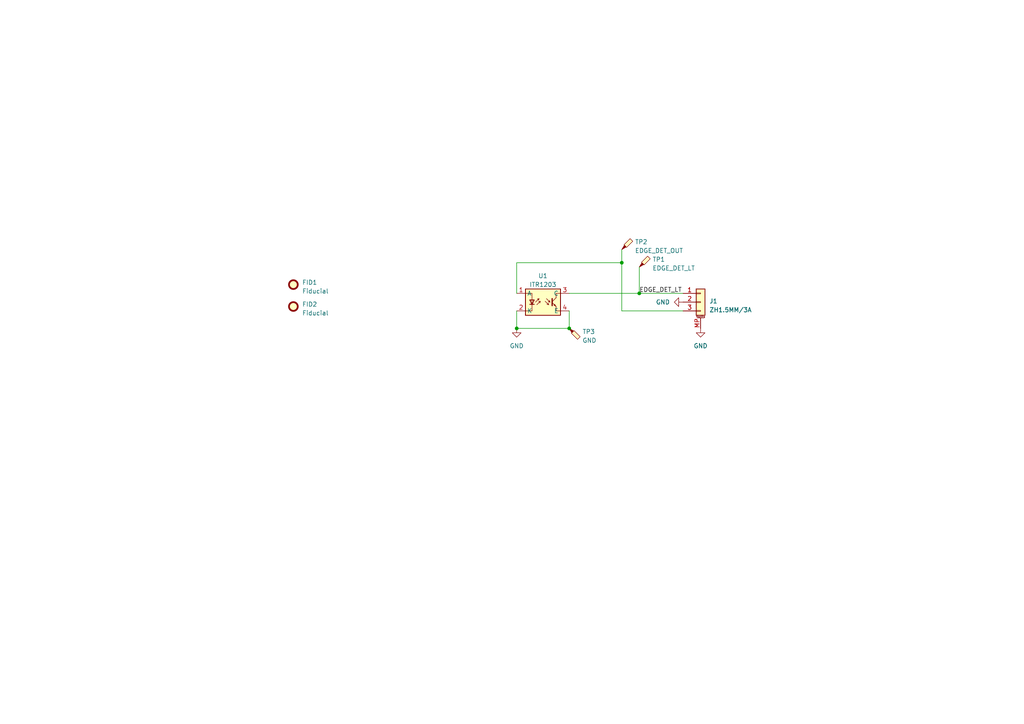
<source format=kicad_sch>
(kicad_sch (version 20230121) (generator eeschema)
  (paper "A4")
  (title_block (title "EHSLS-01-Cliff") (date "2022-05-09") (rev "V0.1") (company "Timye"))
  (lib_symbols
    (symbol "Connector:TestPoint_Probe" (pin_numbers hide) (pin_names (offset 0.762) hide)
      (property "Reference" "TP" (at 1.651 5.842 0))
      (property "Value" "TestPoint_Probe" (at 1.651 4.064 0))
      (symbol "TestPoint_Probe_0_1"
        (polyline (pts (xy 1.27 0.762) (xy 0 0) (xy 0.762 1.27) (xy 1.27 0.762)) (fill (type outline)))
        (polyline (pts (xy 1.397 0.635) (xy 0.635 1.397) (xy 2.413 3.175) (xy 3.175 2.413) (xy 1.397 0.635)) (fill (type background)))
      )
      (symbol "TestPoint_Probe_1_1"
        (pin passive line (at 0 0 90) (length 0) (name "1") (number "1"))
      )
    )
    (symbol "Connector_Generic_MountingPin:Conn_01x03_MountingPin" (pin_names (offset 1.016) hide)
      (property "Reference" "J" (at 0 5.08 0))
      (property "Value" "Conn_01x03_MountingPin" (at 1.27 -5.08 0))
      (symbol "Conn_01x03_MountingPin_1_1"
        (rectangle (start -1.27 -2.413) (end 0 -2.667) (stroke (width 0.1524)))
        (rectangle (start -1.27 0.127) (end 0 -0.127) (stroke (width 0.1524)))
        (rectangle (start -1.27 2.667) (end 0 2.413) (stroke (width 0.1524)))
        (rectangle (start -1.27 3.81) (end 1.27 -3.81) (stroke (width 0.254)) (fill (type background)))
        (polyline (pts (xy -1.016 -4.572) (xy 1.016 -4.572)) (stroke (width 0.1524)))
        (text "Mounting" (at 0 -4.191 0) (effects (font (size 0.381 0.381))))
        (pin passive line (at -5.08 2.54 0) (length 3.81) (name "Pin_1") (number "1"))
        (pin passive line (at -5.08 0 0) (length 3.81) (name "Pin_2") (number "2"))
        (pin passive line (at -5.08 -2.54 0) (length 3.81) (name "Pin_3") (number "3"))
        (pin passive line (at 0 -7.62 90) (length 3.048) (name "MountPin") (number "MP"))
      )
    )
    (symbol "GND_1" (power) (pin_names (offset 0))
      (property "Value" "GND_1" (at 0 -3.81 0))
      (symbol "GND_1_0_1"
        (polyline (pts (xy 0 0) (xy 0 -1.27) (xy 1.27 -1.27) (xy 0 -2.54) (xy -1.27 -1.27) (xy 0 -1.27)))
      )
      (symbol "GND_1_1_1"
        (pin power_in line (at 0 0 270) (length 0) hide (name "GND") (number "1"))
      )
    )
    (symbol "Mechanical:Fiducial"
      (property "Reference" "FID" (at 0 5.08 0))
      (property "Value" "Fiducial" (at 0 3.175 0))
      (symbol "Fiducial_0_1"
        (circle (center 0 0) (radius 1.27) (stroke (width 0.508)) (fill (type background)))
      )
    )
    (symbol "Ovo_Sensor_Proximity:ITR8105"
      (property "Reference" "U" (at 0 6.35 0))
      (property "Value" "ITR8105" (at 0 -6.35 0))
      (symbol "ITR8105_0_1"
        (polyline (pts (xy -3.81 -0.635) (xy -2.54 -0.635)) (stroke (width 0.254)))
        (polyline (pts (xy -1.143 1.016) (xy -1.27 0.508)))
        (polyline (pts (xy -0.762 0.254) (xy -0.889 -0.254)))
        (polyline (pts (xy 1.651 -0.762) (xy 1.143 -0.635)))
        (polyline (pts (xy 2.032 0) (xy 1.524 0.127)))
        (polyline (pts (xy 2.667 -0.127) (xy 3.81 -1.27)))
        (polyline (pts (xy 2.667 0.127) (xy 3.81 1.27)))
        (polyline (pts (xy -2.159 0) (xy -1.143 1.016) (xy -1.651 0.889)))
        (polyline (pts (xy -1.778 -0.762) (xy -0.762 0.254) (xy -1.27 0.127)))
        (polyline (pts (xy 0.635 0.254) (xy 1.651 -0.762) (xy 1.524 -0.254)))
        (polyline (pts (xy 1.016 1.016) (xy 2.032 0) (xy 1.905 0.508)))
        (polyline (pts (xy 2.667 1.016) (xy 2.667 -1.016) (xy 2.667 -1.016)) (stroke (width 0.3556)))
        (polyline (pts (xy 3.81 -1.27) (xy 3.81 -2.54) (xy 5.08 -2.54)))
        (polyline (pts (xy 3.81 1.27) (xy 3.81 2.54) (xy 5.08 2.54)))
        (polyline (pts (xy -5.08 -2.54) (xy -3.175 -2.54) (xy -3.175 2.54) (xy -5.08 2.54)))
        (polyline (pts (xy -3.175 -0.635) (xy -3.81 0.635) (xy -2.54 0.635) (xy -3.175 -0.635)) (stroke (width 0.254)))
        (polyline (pts (xy 3.683 -1.143) (xy 3.429 -0.635) (xy 3.175 -0.889) (xy 3.683 -1.143)))
        (polyline (pts (xy -5.08 -3.81) (xy 5.08 -3.81) (xy 5.08 3.81) (xy -5.08 3.81) (xy -5.08 -3.81)) (stroke (width 0.254)) (fill (type background)))
      )
      (symbol "ITR8105_1_1"
        (pin passive line (at -7.62 2.54 0) (length 2.54) (name "A") (number "1"))
        (pin passive line (at -7.62 -2.54 0) (length 2.54) (name "K") (number "2"))
        (pin open_collector line (at 7.62 2.54 180) (length 2.54) (name "C") (number "3"))
        (pin open_emitter line (at 7.62 -2.54 180) (length 2.54) (name "E") (number "4"))
      )
    )
    (symbol "power:GND" (power) (pin_names (offset 0))
      (property "Value" "GND" (at 0 -3.81 0))
      (symbol "GND_0_1"
        (polyline (pts (xy 0 0) (xy 0 -1.27) (xy 1.27 -1.27) (xy 0 -2.54) (xy -1.27 -1.27) (xy 0 -1.27)))
      )
      (symbol "GND_1_1"
        (pin power_in line (at 0 0 270) (length 0) hide (name "GND") (number "1"))
      )
    )
  )
  (junction (at 165.1 95.25))
  (junction (at 185.42 85.09))
  (junction (at 149.86 95.25))
  (junction (at 180.34 76.2))
  (wire (pts (xy 185.42 85.09) (xy 198.12 85.09)))
  (wire (pts (xy 180.34 72.39) (xy 180.34 76.2)))
  (wire (pts (xy 149.86 95.25) (xy 149.86 90.17)))
  (wire (pts (xy 165.1 85.09) (xy 185.42 85.09)))
  (wire (pts (xy 180.34 90.17) (xy 180.34 76.2)))
  (wire (pts (xy 165.1 90.17) (xy 165.1 95.25)))
  (wire (pts (xy 180.34 76.2) (xy 149.86 76.2)))
  (wire (pts (xy 165.1 95.25) (xy 149.86 95.25)))
  (wire (pts (xy 185.42 77.47) (xy 185.42 85.09)))
  (wire (pts (xy 149.86 76.2) (xy 149.86 85.09)))
  (wire (pts (xy 180.34 90.17) (xy 198.12 90.17)))
  (label "EDGE_DET_LT" (at 185.42 85.09 0))
  (symbol (lib_id "Connector:TestPoint_Probe") (at 165.1 95.25 270) (unit 1)
    (property "Reference" "TP3" (at 168.91 96.2025 90) (effects (justify left)))
    (property "Value" "GND" (at 168.91 98.7425 90) (effects (justify left)))
    (property "Footprint" "TestPoint:TestPoint_Pad_D1.0mm" (effects hide))
  )
  (symbol (lib_id "Mechanical:Fiducial") (at 85.09 88.9 0) (unit 1) (in_bom no)
    (property "Reference" "FID2" (at 87.63 88.265 0) (effects (justify left)))
    (property "Value" "Fiducial" (at 87.63 90.805 0) (effects (justify left)))
    (property "Footprint" "Fiducial:Fiducial_1mm_Mask2mm" (effects hide))
  )
  (symbol (lib_id "Mechanical:Fiducial") (at 85.09 82.55 0) (unit 1) (in_bom no)
    (property "Reference" "FID1" (at 87.63 81.915 0) (effects (justify left)))
    (property "Value" "Fiducial" (at 87.63 84.455 0) (effects (justify left)))
    (property "Footprint" "Fiducial:Fiducial_1mm_Mask2mm" (effects hide))
  )
  (symbol (lib_id "power:GND") (at 149.86 95.25 0) (unit 1)
    (property "Reference" "#PWR0102" (effects hide))
    (property "Value" "GND" (at 149.86 100.33 0))
  )
  (symbol (lib_id "Connector:TestPoint_Probe") (at 185.42 77.47 0) (unit 1)
    (property "Reference" "TP1" (at 189.23 75.2475 0) (effects (justify left)))
    (property "Value" "EDGE_DET_LT" (at 189.23 77.7875 0) (effects (justify left)))
    (property "Footprint" "TestPoint:TestPoint_Pad_D1.0mm" (effects hide))
  )
  (symbol (lib_id "Connector_Generic_MountingPin:Conn_01x03_MountingPin") (at 203.2 87.63 0) (unit 1)
    (property "Reference" "J1" (at 205.74 87.3506 0) (effects (justify left)))
    (property "Value" "ZH1.5MM/3A" (at 205.74 89.8906 0) (effects (justify left)))
    (property "Footprint" "Ovo_Connector_JST:JST_ZH_B03B-ZR_1x03_P1.50mm_Vertical" (effects hide))
  )
  (symbol (lib_name "GND_1") (lib_id "power:GND") (at 203.2 95.25 0) (unit 1)
    (property "Reference" "#PWR01" (effects hide))
    (property "Value" "GND" (at 203.2 100.33 0))
  )
  (symbol (lib_id "power:GND") (at 198.12 87.63 270) (unit 1)
    (property "Reference" "#PWR0101" (effects hide))
    (property "Value" "GND" (at 194.31 87.63 90) (effects (justify right)))
  )
  (symbol (lib_id "Connector:TestPoint_Probe") (at 180.34 72.39 0) (unit 1)
    (property "Reference" "TP2" (at 184.15 70.1675 0) (effects (justify left)))
    (property "Value" "EDGE_DET_OUT" (at 184.15 72.7075 0) (effects (justify left)))
    (property "Footprint" "TestPoint:TestPoint_Pad_D1.0mm" (effects hide))
  )
  (symbol (lib_id "Ovo_Sensor_Proximity:ITR8105") (at 157.48 87.63 0) (unit 1)
    (property "Reference" "U1" (at 157.48 80.01 0))
    (property "Value" "ITR1203" (at 157.48 82.55 0))
    (property "Footprint" "Ovo_Sensor_Proximity:EverLight_ITR1203_7.5x2.6mm_P2.0mm" (effects hide))
    (property "Datasheet" "https://atta.szlcsc.com/upload/public/pdf/source/20170303/1488533271045.pdf" (effects hide))
  )
)
</source>
